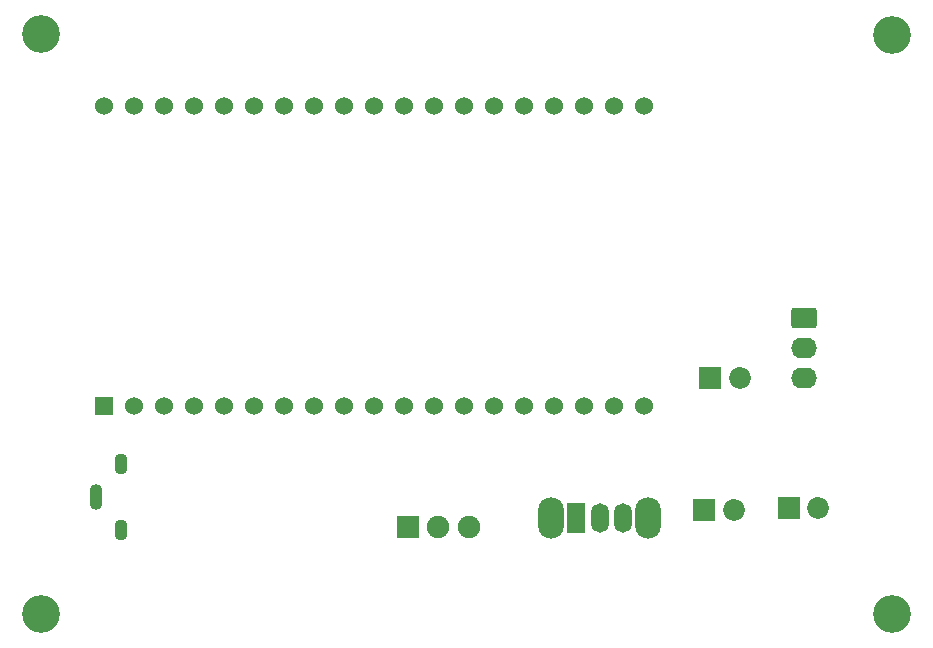
<source format=gbr>
G04 #@! TF.GenerationSoftware,KiCad,Pcbnew,(6.0.4)*
G04 #@! TF.CreationDate,2022-04-15T18:01:26-05:00*
G04 #@! TF.ProjectId,antiprocrastinator_device,616e7469-7072-46f6-9372-617374696e61,rev?*
G04 #@! TF.SameCoordinates,Original*
G04 #@! TF.FileFunction,Soldermask,Bot*
G04 #@! TF.FilePolarity,Negative*
%FSLAX46Y46*%
G04 Gerber Fmt 4.6, Leading zero omitted, Abs format (unit mm)*
G04 Created by KiCad (PCBNEW (6.0.4)) date 2022-04-15 18:01:26*
%MOMM*%
%LPD*%
G01*
G04 APERTURE LIST*
G04 Aperture macros list*
%AMRoundRect*
0 Rectangle with rounded corners*
0 $1 Rounding radius*
0 $2 $3 $4 $5 $6 $7 $8 $9 X,Y pos of 4 corners*
0 Add a 4 corners polygon primitive as box body*
4,1,4,$2,$3,$4,$5,$6,$7,$8,$9,$2,$3,0*
0 Add four circle primitives for the rounded corners*
1,1,$1+$1,$2,$3*
1,1,$1+$1,$4,$5*
1,1,$1+$1,$6,$7*
1,1,$1+$1,$8,$9*
0 Add four rect primitives between the rounded corners*
20,1,$1+$1,$2,$3,$4,$5,0*
20,1,$1+$1,$4,$5,$6,$7,0*
20,1,$1+$1,$6,$7,$8,$9,0*
20,1,$1+$1,$8,$9,$2,$3,0*%
G04 Aperture macros list end*
%ADD10R,1.850000X1.850000*%
%ADD11C,1.850000*%
%ADD12O,1.100000X1.800000*%
%ADD13O,1.100000X2.200000*%
%ADD14O,2.200000X3.500000*%
%ADD15R,1.500000X2.500000*%
%ADD16O,1.500000X2.500000*%
%ADD17RoundRect,0.250000X-0.845000X0.620000X-0.845000X-0.620000X0.845000X-0.620000X0.845000X0.620000X0*%
%ADD18O,2.190000X1.740000*%
%ADD19C,3.200000*%
%ADD20R,1.530000X1.530000*%
%ADD21C,1.530000*%
%ADD22R,1.910000X1.910000*%
%ADD23C,1.910000*%
G04 APERTURE END LIST*
D10*
X124449400Y-64724000D03*
D11*
X126949400Y-64724000D03*
D12*
X74582600Y-77628400D03*
X74582600Y-72028400D03*
D13*
X72432600Y-74828400D03*
D14*
X111012800Y-76649900D03*
X119212800Y-76649900D03*
D15*
X113112800Y-76649900D03*
D16*
X115112800Y-76649900D03*
X117112800Y-76649900D03*
D17*
X132384800Y-59639200D03*
D18*
X132384800Y-62179200D03*
X132384800Y-64719200D03*
D10*
X123952000Y-75895200D03*
D11*
X126452000Y-75895200D03*
D19*
X67818000Y-35661600D03*
X139827000Y-84709000D03*
D20*
X73170400Y-67088300D03*
D21*
X75710400Y-67088300D03*
X78250400Y-67088300D03*
X80790400Y-67088300D03*
X83330400Y-67088300D03*
X85870400Y-67088300D03*
X88410400Y-67088300D03*
X90950400Y-67088300D03*
X93490400Y-67088300D03*
X96030400Y-67088300D03*
X98570400Y-67088300D03*
X101110400Y-67088300D03*
X103650400Y-67088300D03*
X106190400Y-67088300D03*
X108730400Y-67088300D03*
X111270400Y-67088300D03*
X113810400Y-67088300D03*
X116350400Y-67088300D03*
X118890400Y-67088300D03*
X118890400Y-41688300D03*
X116350400Y-41688300D03*
X113810400Y-41688300D03*
X111270400Y-41688300D03*
X108730400Y-41688300D03*
X106190400Y-41688300D03*
X103650400Y-41688300D03*
X101110400Y-41688300D03*
X98570400Y-41688300D03*
X96030400Y-41688300D03*
X93490400Y-41688300D03*
X90950400Y-41688300D03*
X88410400Y-41688300D03*
X85870400Y-41688300D03*
X83330400Y-41688300D03*
X80790400Y-41688300D03*
X78250400Y-41688300D03*
X75710400Y-41688300D03*
X73170400Y-41688300D03*
D19*
X139827000Y-35712400D03*
D22*
X98907600Y-77368400D03*
D23*
X101457600Y-77368400D03*
X104007600Y-77368400D03*
D10*
X131134800Y-75747600D03*
D11*
X133634800Y-75747600D03*
D19*
X67818000Y-84709000D03*
M02*

</source>
